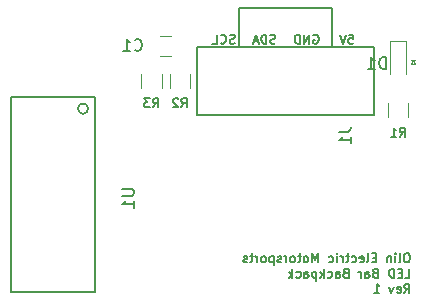
<source format=gbr>
G04 #@! TF.FileFunction,Legend,Bot*
%FSLAX46Y46*%
G04 Gerber Fmt 4.6, Leading zero omitted, Abs format (unit mm)*
G04 Created by KiCad (PCBNEW 4.0.7-e2-6376~58~ubuntu16.04.1) date Fri Jan 19 21:24:20 2018*
%MOMM*%
%LPD*%
G01*
G04 APERTURE LIST*
%ADD10C,0.100000*%
%ADD11C,0.152400*%
%ADD12C,0.127000*%
%ADD13C,0.150000*%
%ADD14C,0.120000*%
G04 APERTURE END LIST*
D10*
D11*
X204016429Y-119318314D02*
X203871286Y-119318314D01*
X203798714Y-119354600D01*
X203726143Y-119427171D01*
X203689857Y-119572314D01*
X203689857Y-119826314D01*
X203726143Y-119971457D01*
X203798714Y-120044029D01*
X203871286Y-120080314D01*
X204016429Y-120080314D01*
X204089000Y-120044029D01*
X204161571Y-119971457D01*
X204197857Y-119826314D01*
X204197857Y-119572314D01*
X204161571Y-119427171D01*
X204089000Y-119354600D01*
X204016429Y-119318314D01*
X203254428Y-120080314D02*
X203327000Y-120044029D01*
X203363285Y-119971457D01*
X203363285Y-119318314D01*
X202964142Y-120080314D02*
X202964142Y-119572314D01*
X202964142Y-119318314D02*
X203000428Y-119354600D01*
X202964142Y-119390886D01*
X202927857Y-119354600D01*
X202964142Y-119318314D01*
X202964142Y-119390886D01*
X202601285Y-119572314D02*
X202601285Y-120080314D01*
X202601285Y-119644886D02*
X202565000Y-119608600D01*
X202492428Y-119572314D01*
X202383571Y-119572314D01*
X202311000Y-119608600D01*
X202274714Y-119681171D01*
X202274714Y-120080314D01*
X201331285Y-119681171D02*
X201077285Y-119681171D01*
X200968428Y-120080314D02*
X201331285Y-120080314D01*
X201331285Y-119318314D01*
X200968428Y-119318314D01*
X200532999Y-120080314D02*
X200605571Y-120044029D01*
X200641856Y-119971457D01*
X200641856Y-119318314D01*
X199952428Y-120044029D02*
X200024999Y-120080314D01*
X200170142Y-120080314D01*
X200242713Y-120044029D01*
X200278999Y-119971457D01*
X200278999Y-119681171D01*
X200242713Y-119608600D01*
X200170142Y-119572314D01*
X200024999Y-119572314D01*
X199952428Y-119608600D01*
X199916142Y-119681171D01*
X199916142Y-119753743D01*
X200278999Y-119826314D01*
X199262999Y-120044029D02*
X199335570Y-120080314D01*
X199480713Y-120080314D01*
X199553285Y-120044029D01*
X199589570Y-120007743D01*
X199625856Y-119935171D01*
X199625856Y-119717457D01*
X199589570Y-119644886D01*
X199553285Y-119608600D01*
X199480713Y-119572314D01*
X199335570Y-119572314D01*
X199262999Y-119608600D01*
X199045285Y-119572314D02*
X198754999Y-119572314D01*
X198936427Y-119318314D02*
X198936427Y-119971457D01*
X198900142Y-120044029D01*
X198827570Y-120080314D01*
X198754999Y-120080314D01*
X198500998Y-120080314D02*
X198500998Y-119572314D01*
X198500998Y-119717457D02*
X198464713Y-119644886D01*
X198428427Y-119608600D01*
X198355856Y-119572314D01*
X198283284Y-119572314D01*
X198029284Y-120080314D02*
X198029284Y-119572314D01*
X198029284Y-119318314D02*
X198065570Y-119354600D01*
X198029284Y-119390886D01*
X197992999Y-119354600D01*
X198029284Y-119318314D01*
X198029284Y-119390886D01*
X197339856Y-120044029D02*
X197412427Y-120080314D01*
X197557570Y-120080314D01*
X197630142Y-120044029D01*
X197666427Y-120007743D01*
X197702713Y-119935171D01*
X197702713Y-119717457D01*
X197666427Y-119644886D01*
X197630142Y-119608600D01*
X197557570Y-119572314D01*
X197412427Y-119572314D01*
X197339856Y-119608600D01*
X196432713Y-120080314D02*
X196432713Y-119318314D01*
X196178713Y-119862600D01*
X195924713Y-119318314D01*
X195924713Y-120080314D01*
X195452999Y-120080314D02*
X195525571Y-120044029D01*
X195561856Y-120007743D01*
X195598142Y-119935171D01*
X195598142Y-119717457D01*
X195561856Y-119644886D01*
X195525571Y-119608600D01*
X195452999Y-119572314D01*
X195344142Y-119572314D01*
X195271571Y-119608600D01*
X195235285Y-119644886D01*
X195198999Y-119717457D01*
X195198999Y-119935171D01*
X195235285Y-120007743D01*
X195271571Y-120044029D01*
X195344142Y-120080314D01*
X195452999Y-120080314D01*
X194981285Y-119572314D02*
X194690999Y-119572314D01*
X194872427Y-119318314D02*
X194872427Y-119971457D01*
X194836142Y-120044029D01*
X194763570Y-120080314D01*
X194690999Y-120080314D01*
X194328141Y-120080314D02*
X194400713Y-120044029D01*
X194436998Y-120007743D01*
X194473284Y-119935171D01*
X194473284Y-119717457D01*
X194436998Y-119644886D01*
X194400713Y-119608600D01*
X194328141Y-119572314D01*
X194219284Y-119572314D01*
X194146713Y-119608600D01*
X194110427Y-119644886D01*
X194074141Y-119717457D01*
X194074141Y-119935171D01*
X194110427Y-120007743D01*
X194146713Y-120044029D01*
X194219284Y-120080314D01*
X194328141Y-120080314D01*
X193747569Y-120080314D02*
X193747569Y-119572314D01*
X193747569Y-119717457D02*
X193711284Y-119644886D01*
X193674998Y-119608600D01*
X193602427Y-119572314D01*
X193529855Y-119572314D01*
X193312141Y-120044029D02*
X193239570Y-120080314D01*
X193094427Y-120080314D01*
X193021855Y-120044029D01*
X192985570Y-119971457D01*
X192985570Y-119935171D01*
X193021855Y-119862600D01*
X193094427Y-119826314D01*
X193203284Y-119826314D01*
X193275855Y-119790029D01*
X193312141Y-119717457D01*
X193312141Y-119681171D01*
X193275855Y-119608600D01*
X193203284Y-119572314D01*
X193094427Y-119572314D01*
X193021855Y-119608600D01*
X192658998Y-119572314D02*
X192658998Y-120334314D01*
X192658998Y-119608600D02*
X192586427Y-119572314D01*
X192441284Y-119572314D01*
X192368713Y-119608600D01*
X192332427Y-119644886D01*
X192296141Y-119717457D01*
X192296141Y-119935171D01*
X192332427Y-120007743D01*
X192368713Y-120044029D01*
X192441284Y-120080314D01*
X192586427Y-120080314D01*
X192658998Y-120044029D01*
X191860712Y-120080314D02*
X191933284Y-120044029D01*
X191969569Y-120007743D01*
X192005855Y-119935171D01*
X192005855Y-119717457D01*
X191969569Y-119644886D01*
X191933284Y-119608600D01*
X191860712Y-119572314D01*
X191751855Y-119572314D01*
X191679284Y-119608600D01*
X191642998Y-119644886D01*
X191606712Y-119717457D01*
X191606712Y-119935171D01*
X191642998Y-120007743D01*
X191679284Y-120044029D01*
X191751855Y-120080314D01*
X191860712Y-120080314D01*
X191280140Y-120080314D02*
X191280140Y-119572314D01*
X191280140Y-119717457D02*
X191243855Y-119644886D01*
X191207569Y-119608600D01*
X191134998Y-119572314D01*
X191062426Y-119572314D01*
X190917284Y-119572314D02*
X190626998Y-119572314D01*
X190808426Y-119318314D02*
X190808426Y-119971457D01*
X190772141Y-120044029D01*
X190699569Y-120080314D01*
X190626998Y-120080314D01*
X190409283Y-120044029D02*
X190336712Y-120080314D01*
X190191569Y-120080314D01*
X190118997Y-120044029D01*
X190082712Y-119971457D01*
X190082712Y-119935171D01*
X190118997Y-119862600D01*
X190191569Y-119826314D01*
X190300426Y-119826314D01*
X190372997Y-119790029D01*
X190409283Y-119717457D01*
X190409283Y-119681171D01*
X190372997Y-119608600D01*
X190300426Y-119572314D01*
X190191569Y-119572314D01*
X190118997Y-119608600D01*
X203798714Y-121375714D02*
X204161571Y-121375714D01*
X204161571Y-120613714D01*
X203544714Y-120976571D02*
X203290714Y-120976571D01*
X203181857Y-121375714D02*
X203544714Y-121375714D01*
X203544714Y-120613714D01*
X203181857Y-120613714D01*
X202855285Y-121375714D02*
X202855285Y-120613714D01*
X202673857Y-120613714D01*
X202565000Y-120650000D01*
X202492428Y-120722571D01*
X202456143Y-120795143D01*
X202419857Y-120940286D01*
X202419857Y-121049143D01*
X202456143Y-121194286D01*
X202492428Y-121266857D01*
X202565000Y-121339429D01*
X202673857Y-121375714D01*
X202855285Y-121375714D01*
X201258714Y-120976571D02*
X201149857Y-121012857D01*
X201113572Y-121049143D01*
X201077286Y-121121714D01*
X201077286Y-121230571D01*
X201113572Y-121303143D01*
X201149857Y-121339429D01*
X201222429Y-121375714D01*
X201512714Y-121375714D01*
X201512714Y-120613714D01*
X201258714Y-120613714D01*
X201186143Y-120650000D01*
X201149857Y-120686286D01*
X201113572Y-120758857D01*
X201113572Y-120831429D01*
X201149857Y-120904000D01*
X201186143Y-120940286D01*
X201258714Y-120976571D01*
X201512714Y-120976571D01*
X200424143Y-121375714D02*
X200424143Y-120976571D01*
X200460429Y-120904000D01*
X200533000Y-120867714D01*
X200678143Y-120867714D01*
X200750714Y-120904000D01*
X200424143Y-121339429D02*
X200496714Y-121375714D01*
X200678143Y-121375714D01*
X200750714Y-121339429D01*
X200787000Y-121266857D01*
X200787000Y-121194286D01*
X200750714Y-121121714D01*
X200678143Y-121085429D01*
X200496714Y-121085429D01*
X200424143Y-121049143D01*
X200061285Y-121375714D02*
X200061285Y-120867714D01*
X200061285Y-121012857D02*
X200025000Y-120940286D01*
X199988714Y-120904000D01*
X199916143Y-120867714D01*
X199843571Y-120867714D01*
X198755000Y-120976571D02*
X198646143Y-121012857D01*
X198609858Y-121049143D01*
X198573572Y-121121714D01*
X198573572Y-121230571D01*
X198609858Y-121303143D01*
X198646143Y-121339429D01*
X198718715Y-121375714D01*
X199009000Y-121375714D01*
X199009000Y-120613714D01*
X198755000Y-120613714D01*
X198682429Y-120650000D01*
X198646143Y-120686286D01*
X198609858Y-120758857D01*
X198609858Y-120831429D01*
X198646143Y-120904000D01*
X198682429Y-120940286D01*
X198755000Y-120976571D01*
X199009000Y-120976571D01*
X197920429Y-121375714D02*
X197920429Y-120976571D01*
X197956715Y-120904000D01*
X198029286Y-120867714D01*
X198174429Y-120867714D01*
X198247000Y-120904000D01*
X197920429Y-121339429D02*
X197993000Y-121375714D01*
X198174429Y-121375714D01*
X198247000Y-121339429D01*
X198283286Y-121266857D01*
X198283286Y-121194286D01*
X198247000Y-121121714D01*
X198174429Y-121085429D01*
X197993000Y-121085429D01*
X197920429Y-121049143D01*
X197231000Y-121339429D02*
X197303571Y-121375714D01*
X197448714Y-121375714D01*
X197521286Y-121339429D01*
X197557571Y-121303143D01*
X197593857Y-121230571D01*
X197593857Y-121012857D01*
X197557571Y-120940286D01*
X197521286Y-120904000D01*
X197448714Y-120867714D01*
X197303571Y-120867714D01*
X197231000Y-120904000D01*
X196904428Y-121375714D02*
X196904428Y-120613714D01*
X196831857Y-121085429D02*
X196614143Y-121375714D01*
X196614143Y-120867714D02*
X196904428Y-121158000D01*
X196287571Y-120867714D02*
X196287571Y-121629714D01*
X196287571Y-120904000D02*
X196215000Y-120867714D01*
X196069857Y-120867714D01*
X195997286Y-120904000D01*
X195961000Y-120940286D01*
X195924714Y-121012857D01*
X195924714Y-121230571D01*
X195961000Y-121303143D01*
X195997286Y-121339429D01*
X196069857Y-121375714D01*
X196215000Y-121375714D01*
X196287571Y-121339429D01*
X195271571Y-121375714D02*
X195271571Y-120976571D01*
X195307857Y-120904000D01*
X195380428Y-120867714D01*
X195525571Y-120867714D01*
X195598142Y-120904000D01*
X195271571Y-121339429D02*
X195344142Y-121375714D01*
X195525571Y-121375714D01*
X195598142Y-121339429D01*
X195634428Y-121266857D01*
X195634428Y-121194286D01*
X195598142Y-121121714D01*
X195525571Y-121085429D01*
X195344142Y-121085429D01*
X195271571Y-121049143D01*
X194582142Y-121339429D02*
X194654713Y-121375714D01*
X194799856Y-121375714D01*
X194872428Y-121339429D01*
X194908713Y-121303143D01*
X194944999Y-121230571D01*
X194944999Y-121012857D01*
X194908713Y-120940286D01*
X194872428Y-120904000D01*
X194799856Y-120867714D01*
X194654713Y-120867714D01*
X194582142Y-120904000D01*
X194255570Y-121375714D02*
X194255570Y-120613714D01*
X194182999Y-121085429D02*
X193965285Y-121375714D01*
X193965285Y-120867714D02*
X194255570Y-121158000D01*
X203726143Y-122671114D02*
X203980143Y-122308257D01*
X204161571Y-122671114D02*
X204161571Y-121909114D01*
X203871286Y-121909114D01*
X203798714Y-121945400D01*
X203762429Y-121981686D01*
X203726143Y-122054257D01*
X203726143Y-122163114D01*
X203762429Y-122235686D01*
X203798714Y-122271971D01*
X203871286Y-122308257D01*
X204161571Y-122308257D01*
X203109286Y-122634829D02*
X203181857Y-122671114D01*
X203327000Y-122671114D01*
X203399571Y-122634829D01*
X203435857Y-122562257D01*
X203435857Y-122271971D01*
X203399571Y-122199400D01*
X203327000Y-122163114D01*
X203181857Y-122163114D01*
X203109286Y-122199400D01*
X203073000Y-122271971D01*
X203073000Y-122344543D01*
X203435857Y-122417114D01*
X202819000Y-122163114D02*
X202637571Y-122671114D01*
X202456143Y-122163114D01*
X201186144Y-122671114D02*
X201621572Y-122671114D01*
X201403858Y-122671114D02*
X201403858Y-121909114D01*
X201476429Y-122017971D01*
X201549001Y-122090543D01*
X201621572Y-122126829D01*
D12*
X199027142Y-100801714D02*
X199389999Y-100801714D01*
X199426285Y-101164571D01*
X199389999Y-101128286D01*
X199317428Y-101092000D01*
X199135999Y-101092000D01*
X199063428Y-101128286D01*
X199027142Y-101164571D01*
X198990857Y-101237143D01*
X198990857Y-101418571D01*
X199027142Y-101491143D01*
X199063428Y-101527429D01*
X199135999Y-101563714D01*
X199317428Y-101563714D01*
X199389999Y-101527429D01*
X199426285Y-101491143D01*
X198773143Y-100801714D02*
X198519143Y-101563714D01*
X198265143Y-100801714D01*
X196033572Y-100838000D02*
X196106143Y-100801714D01*
X196215000Y-100801714D01*
X196323857Y-100838000D01*
X196396429Y-100910571D01*
X196432714Y-100983143D01*
X196469000Y-101128286D01*
X196469000Y-101237143D01*
X196432714Y-101382286D01*
X196396429Y-101454857D01*
X196323857Y-101527429D01*
X196215000Y-101563714D01*
X196142429Y-101563714D01*
X196033572Y-101527429D01*
X195997286Y-101491143D01*
X195997286Y-101237143D01*
X196142429Y-101237143D01*
X195670714Y-101563714D02*
X195670714Y-100801714D01*
X195235286Y-101563714D01*
X195235286Y-100801714D01*
X194872428Y-101563714D02*
X194872428Y-100801714D01*
X194691000Y-100801714D01*
X194582143Y-100838000D01*
X194509571Y-100910571D01*
X194473286Y-100983143D01*
X194437000Y-101128286D01*
X194437000Y-101237143D01*
X194473286Y-101382286D01*
X194509571Y-101454857D01*
X194582143Y-101527429D01*
X194691000Y-101563714D01*
X194872428Y-101563714D01*
X192822285Y-101527429D02*
X192713428Y-101563714D01*
X192531999Y-101563714D01*
X192459428Y-101527429D01*
X192423142Y-101491143D01*
X192386857Y-101418571D01*
X192386857Y-101346000D01*
X192423142Y-101273429D01*
X192459428Y-101237143D01*
X192531999Y-101200857D01*
X192677142Y-101164571D01*
X192749714Y-101128286D01*
X192785999Y-101092000D01*
X192822285Y-101019429D01*
X192822285Y-100946857D01*
X192785999Y-100874286D01*
X192749714Y-100838000D01*
X192677142Y-100801714D01*
X192495714Y-100801714D01*
X192386857Y-100838000D01*
X192060285Y-101563714D02*
X192060285Y-100801714D01*
X191878857Y-100801714D01*
X191770000Y-100838000D01*
X191697428Y-100910571D01*
X191661143Y-100983143D01*
X191624857Y-101128286D01*
X191624857Y-101237143D01*
X191661143Y-101382286D01*
X191697428Y-101454857D01*
X191770000Y-101527429D01*
X191878857Y-101563714D01*
X192060285Y-101563714D01*
X191334571Y-101346000D02*
X190971714Y-101346000D01*
X191407143Y-101563714D02*
X191153143Y-100801714D01*
X190899143Y-101563714D01*
X189375142Y-101527429D02*
X189266285Y-101563714D01*
X189084856Y-101563714D01*
X189012285Y-101527429D01*
X188975999Y-101491143D01*
X188939714Y-101418571D01*
X188939714Y-101346000D01*
X188975999Y-101273429D01*
X189012285Y-101237143D01*
X189084856Y-101200857D01*
X189229999Y-101164571D01*
X189302571Y-101128286D01*
X189338856Y-101092000D01*
X189375142Y-101019429D01*
X189375142Y-100946857D01*
X189338856Y-100874286D01*
X189302571Y-100838000D01*
X189229999Y-100801714D01*
X189048571Y-100801714D01*
X188939714Y-100838000D01*
X188177714Y-101491143D02*
X188214000Y-101527429D01*
X188322857Y-101563714D01*
X188395428Y-101563714D01*
X188504285Y-101527429D01*
X188576857Y-101454857D01*
X188613142Y-101382286D01*
X188649428Y-101237143D01*
X188649428Y-101128286D01*
X188613142Y-100983143D01*
X188576857Y-100910571D01*
X188504285Y-100838000D01*
X188395428Y-100801714D01*
X188322857Y-100801714D01*
X188214000Y-100838000D01*
X188177714Y-100874286D01*
X187488285Y-101563714D02*
X187851142Y-101563714D01*
X187851142Y-100801714D01*
D13*
X189775000Y-101847000D02*
X189775000Y-98537000D01*
X189775000Y-98537000D02*
X197575000Y-98537000D01*
X197575000Y-98537000D02*
X197575000Y-101847000D01*
X201175000Y-101847000D02*
X201175000Y-107569000D01*
X186175000Y-101847000D02*
X186175000Y-107569000D01*
X201175000Y-101847000D02*
X186175000Y-101847000D01*
X201175000Y-107569000D02*
X186175000Y-107569000D01*
X176966998Y-107061000D02*
G75*
G03X176966998Y-107061000I-436998J0D01*
G01*
X177546000Y-106045000D02*
X170434000Y-106045000D01*
X177546000Y-122555000D02*
X177546000Y-106045000D01*
X170434000Y-122555000D02*
X177546000Y-122555000D01*
X170434000Y-106045000D02*
X170434000Y-122555000D01*
D14*
X184015000Y-102577000D02*
X183015000Y-102577000D01*
X183015000Y-100877000D02*
X184015000Y-100877000D01*
X202500000Y-101324000D02*
X203900000Y-101324000D01*
D10*
X204270000Y-102978000D02*
X204670000Y-102978000D01*
X204470000Y-102978000D02*
X204270000Y-103278000D01*
X204670000Y-103278000D02*
X204470000Y-102978000D01*
X204270000Y-103278000D02*
X204670000Y-103278000D01*
D14*
X203900000Y-101324000D02*
X203900000Y-104124000D01*
X202500000Y-101324000D02*
X202500000Y-104124000D01*
X185618656Y-105313024D02*
X185618656Y-104113024D01*
X183858656Y-104113024D02*
X183858656Y-105313024D01*
X183205656Y-105313024D02*
X183205656Y-104113024D01*
X181445656Y-104113024D02*
X181445656Y-105313024D01*
X202320000Y-106588000D02*
X202320000Y-107788000D01*
X204080000Y-107788000D02*
X204080000Y-106588000D01*
D13*
X198207381Y-109013667D02*
X198921667Y-109013667D01*
X199064524Y-108966047D01*
X199159762Y-108870809D01*
X199207381Y-108727952D01*
X199207381Y-108632714D01*
X199207381Y-110013667D02*
X199207381Y-109442238D01*
X199207381Y-109727952D02*
X198207381Y-109727952D01*
X198350238Y-109632714D01*
X198445476Y-109537476D01*
X198493095Y-109442238D01*
X179843181Y-113868295D02*
X180652705Y-113868295D01*
X180747943Y-113915914D01*
X180795562Y-113963533D01*
X180843181Y-114058771D01*
X180843181Y-114249248D01*
X180795562Y-114344486D01*
X180747943Y-114392105D01*
X180652705Y-114439724D01*
X179843181Y-114439724D01*
X180843181Y-115439724D02*
X180843181Y-114868295D01*
X180843181Y-115154009D02*
X179843181Y-115154009D01*
X179986038Y-115058771D01*
X180081276Y-114963533D01*
X180128895Y-114868295D01*
X180887666Y-102084143D02*
X180935285Y-102131762D01*
X181078142Y-102179381D01*
X181173380Y-102179381D01*
X181316238Y-102131762D01*
X181411476Y-102036524D01*
X181459095Y-101941286D01*
X181506714Y-101750810D01*
X181506714Y-101607952D01*
X181459095Y-101417476D01*
X181411476Y-101322238D01*
X181316238Y-101227000D01*
X181173380Y-101179381D01*
X181078142Y-101179381D01*
X180935285Y-101227000D01*
X180887666Y-101274619D01*
X179935285Y-102179381D02*
X180506714Y-102179381D01*
X180221000Y-102179381D02*
X180221000Y-101179381D01*
X180316238Y-101322238D01*
X180411476Y-101417476D01*
X180506714Y-101465095D01*
X202160095Y-103703381D02*
X202160095Y-102703381D01*
X201922000Y-102703381D01*
X201779142Y-102751000D01*
X201683904Y-102846238D01*
X201636285Y-102941476D01*
X201588666Y-103131952D01*
X201588666Y-103274810D01*
X201636285Y-103465286D01*
X201683904Y-103560524D01*
X201779142Y-103655762D01*
X201922000Y-103703381D01*
X202160095Y-103703381D01*
X200636285Y-103703381D02*
X201207714Y-103703381D01*
X200922000Y-103703381D02*
X200922000Y-102703381D01*
X201017238Y-102846238D01*
X201112476Y-102941476D01*
X201207714Y-102989095D01*
D12*
X184865656Y-106962738D02*
X185119656Y-106599881D01*
X185301084Y-106962738D02*
X185301084Y-106200738D01*
X185010799Y-106200738D01*
X184938227Y-106237024D01*
X184901942Y-106273310D01*
X184865656Y-106345881D01*
X184865656Y-106454738D01*
X184901942Y-106527310D01*
X184938227Y-106563595D01*
X185010799Y-106599881D01*
X185301084Y-106599881D01*
X184575370Y-106273310D02*
X184539084Y-106237024D01*
X184466513Y-106200738D01*
X184285084Y-106200738D01*
X184212513Y-106237024D01*
X184176227Y-106273310D01*
X184139942Y-106345881D01*
X184139942Y-106418453D01*
X184176227Y-106527310D01*
X184611656Y-106962738D01*
X184139942Y-106962738D01*
X182452656Y-106962738D02*
X182706656Y-106599881D01*
X182888084Y-106962738D02*
X182888084Y-106200738D01*
X182597799Y-106200738D01*
X182525227Y-106237024D01*
X182488942Y-106273310D01*
X182452656Y-106345881D01*
X182452656Y-106454738D01*
X182488942Y-106527310D01*
X182525227Y-106563595D01*
X182597799Y-106599881D01*
X182888084Y-106599881D01*
X182198656Y-106200738D02*
X181726942Y-106200738D01*
X181980942Y-106491024D01*
X181872084Y-106491024D01*
X181799513Y-106527310D01*
X181763227Y-106563595D01*
X181726942Y-106636167D01*
X181726942Y-106817595D01*
X181763227Y-106890167D01*
X181799513Y-106926453D01*
X181872084Y-106962738D01*
X182089799Y-106962738D01*
X182162370Y-106926453D01*
X182198656Y-106890167D01*
X203327000Y-109437714D02*
X203581000Y-109074857D01*
X203762428Y-109437714D02*
X203762428Y-108675714D01*
X203472143Y-108675714D01*
X203399571Y-108712000D01*
X203363286Y-108748286D01*
X203327000Y-108820857D01*
X203327000Y-108929714D01*
X203363286Y-109002286D01*
X203399571Y-109038571D01*
X203472143Y-109074857D01*
X203762428Y-109074857D01*
X202601286Y-109437714D02*
X203036714Y-109437714D01*
X202819000Y-109437714D02*
X202819000Y-108675714D01*
X202891571Y-108784571D01*
X202964143Y-108857143D01*
X203036714Y-108893429D01*
M02*

</source>
